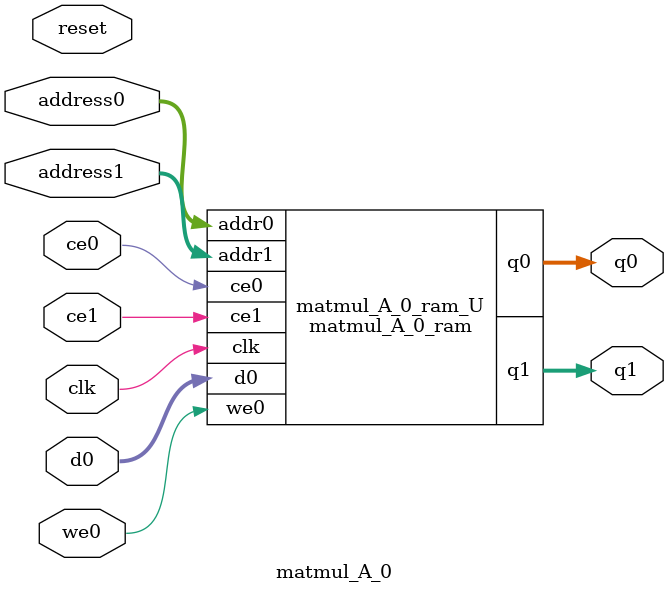
<source format=v>
`timescale 1 ns / 1 ps
module matmul_A_0_ram (addr0, ce0, d0, we0, q0, addr1, ce1, q1,  clk);

parameter DWIDTH = 32;
parameter AWIDTH = 4;
parameter MEM_SIZE = 16;

input[AWIDTH-1:0] addr0;
input ce0;
input[DWIDTH-1:0] d0;
input we0;
output reg[DWIDTH-1:0] q0;
input[AWIDTH-1:0] addr1;
input ce1;
output reg[DWIDTH-1:0] q1;
input clk;

(* ram_style = "distributed" *)reg [DWIDTH-1:0] ram[0:MEM_SIZE-1];




always @(posedge clk)  
begin 
    if (ce0) begin
        if (we0) 
            ram[addr0] <= d0; 
        q0 <= ram[addr0];
    end
end


always @(posedge clk)  
begin 
    if (ce1) begin
        q1 <= ram[addr1];
    end
end


endmodule

`timescale 1 ns / 1 ps
module matmul_A_0(
    reset,
    clk,
    address0,
    ce0,
    we0,
    d0,
    q0,
    address1,
    ce1,
    q1);

parameter DataWidth = 32'd32;
parameter AddressRange = 32'd16;
parameter AddressWidth = 32'd4;
input reset;
input clk;
input[AddressWidth - 1:0] address0;
input ce0;
input we0;
input[DataWidth - 1:0] d0;
output[DataWidth - 1:0] q0;
input[AddressWidth - 1:0] address1;
input ce1;
output[DataWidth - 1:0] q1;



matmul_A_0_ram matmul_A_0_ram_U(
    .clk( clk ),
    .addr0( address0 ),
    .ce0( ce0 ),
    .we0( we0 ),
    .d0( d0 ),
    .q0( q0 ),
    .addr1( address1 ),
    .ce1( ce1 ),
    .q1( q1 ));

endmodule


</source>
